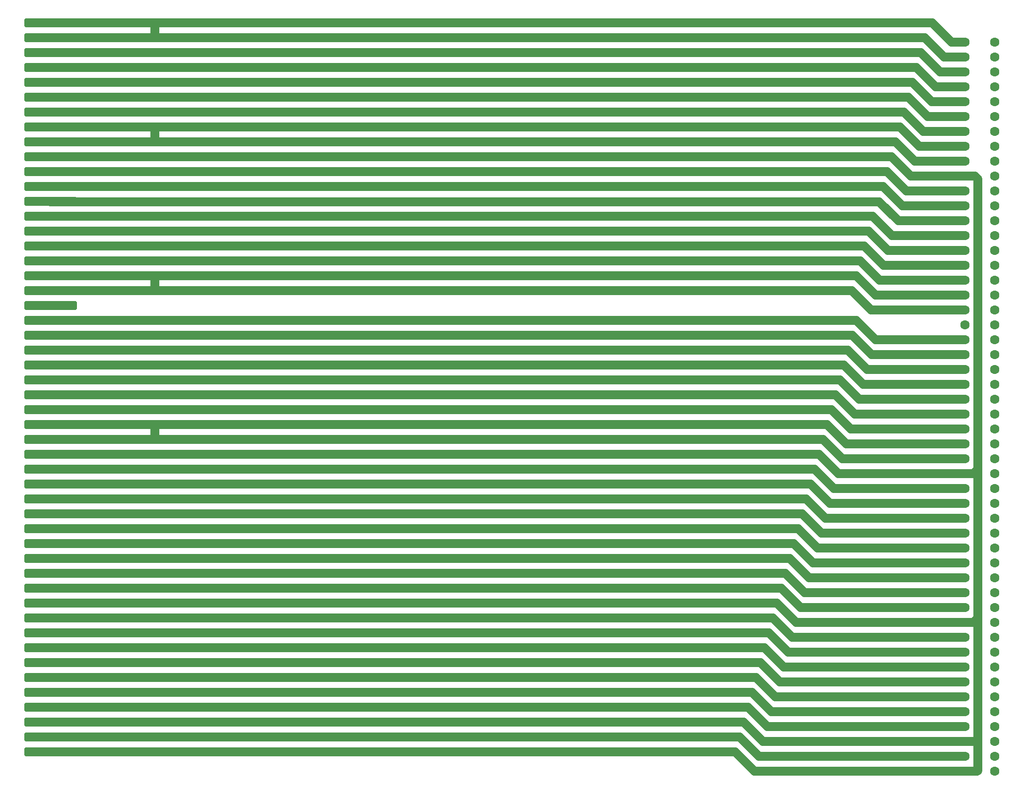
<source format=gtl>
G04 #@! TF.GenerationSoftware,KiCad,Pcbnew,(6.0.5-0)*
G04 #@! TF.CreationDate,2022-09-11T11:11:37+09:00*
G04 #@! TF.ProjectId,X68k-BusExtender,5836386b-2d42-4757-9345-7874656e6465,rev?*
G04 #@! TF.SameCoordinates,Original*
G04 #@! TF.FileFunction,Copper,L1,Top*
G04 #@! TF.FilePolarity,Positive*
%FSLAX46Y46*%
G04 Gerber Fmt 4.6, Leading zero omitted, Abs format (unit mm)*
G04 Created by KiCad (PCBNEW (6.0.5-0)) date 2022-09-11 11:11:37*
%MOMM*%
%LPD*%
G01*
G04 APERTURE LIST*
G04 Aperture macros list*
%AMRoundRect*
0 Rectangle with rounded corners*
0 $1 Rounding radius*
0 $2 $3 $4 $5 $6 $7 $8 $9 X,Y pos of 4 corners*
0 Add a 4 corners polygon primitive as box body*
4,1,4,$2,$3,$4,$5,$6,$7,$8,$9,$2,$3,0*
0 Add four circle primitives for the rounded corners*
1,1,$1+$1,$2,$3*
1,1,$1+$1,$4,$5*
1,1,$1+$1,$6,$7*
1,1,$1+$1,$8,$9*
0 Add four rect primitives between the rounded corners*
20,1,$1+$1,$2,$3,$4,$5,0*
20,1,$1+$1,$4,$5,$6,$7,0*
20,1,$1+$1,$6,$7,$8,$9,0*
20,1,$1+$1,$8,$9,$2,$3,0*%
G04 Aperture macros list end*
G04 #@! TA.AperFunction,ConnectorPad*
%ADD10RoundRect,0.300000X-4.200000X-0.450000X4.200000X-0.450000X4.200000X0.450000X-4.200000X0.450000X0*%
G04 #@! TD*
G04 #@! TA.AperFunction,ComponentPad*
%ADD11C,1.600000*%
G04 #@! TD*
G04 #@! TA.AperFunction,ViaPad*
%ADD12C,0.800000*%
G04 #@! TD*
G04 #@! TA.AperFunction,Conductor*
%ADD13C,1.500000*%
G04 #@! TD*
G04 APERTURE END LIST*
D10*
G04 #@! TO.P,U1,A1,GND*
G04 #@! TO.N,Net-(U1-PadA1)*
X33020000Y-156210000D03*
G04 #@! TO.P,U1,A2,CLK20M*
G04 #@! TO.N,Net-(U1-PadA2)*
X33020000Y-153670000D03*
G04 #@! TO.P,U1,A3,GND*
G04 #@! TO.N,Net-(U1-PadA1)*
X33020000Y-151130000D03*
G04 #@! TO.P,U1,A4,DB0*
G04 #@! TO.N,Net-(U1-PadA4)*
X33020000Y-148590000D03*
G04 #@! TO.P,U1,A5,DB1*
G04 #@! TO.N,Net-(U1-PadA5)*
X33020000Y-146050000D03*
G04 #@! TO.P,U1,A6,DB2*
G04 #@! TO.N,Net-(U1-PadA6)*
X33020000Y-143510000D03*
G04 #@! TO.P,U1,A7,DB3*
G04 #@! TO.N,Net-(U1-PadA7)*
X33020000Y-140970000D03*
G04 #@! TO.P,U1,A8,DB4*
G04 #@! TO.N,Net-(U1-PadA8)*
X33020000Y-138430000D03*
G04 #@! TO.P,U1,A9,DB5*
G04 #@! TO.N,Net-(U1-PadA9)*
X33020000Y-135890000D03*
G04 #@! TO.P,U1,A10,DB6*
G04 #@! TO.N,Net-(U1-PadA10)*
X33020000Y-133350000D03*
G04 #@! TO.P,U1,A11,GND*
G04 #@! TO.N,Net-(U1-PadA1)*
X33020000Y-130810000D03*
G04 #@! TO.P,U1,A12,DB7*
G04 #@! TO.N,Net-(U1-PadA12)*
X33020000Y-128270000D03*
G04 #@! TO.P,U1,A13,DB8*
G04 #@! TO.N,Net-(U1-PadA13)*
X33020000Y-125730000D03*
G04 #@! TO.P,U1,A14,DB9*
G04 #@! TO.N,Net-(U1-PadA14)*
X33020000Y-123190000D03*
G04 #@! TO.P,U1,A15,DB10*
G04 #@! TO.N,Net-(U1-PadA15)*
X33020000Y-120650000D03*
G04 #@! TO.P,U1,A16,DB11*
G04 #@! TO.N,Net-(U1-PadA16)*
X33020000Y-118110000D03*
G04 #@! TO.P,U1,A17,DB12*
G04 #@! TO.N,Net-(U1-PadA17)*
X33020000Y-115570000D03*
G04 #@! TO.P,U1,A18,DB13*
G04 #@! TO.N,Net-(U1-PadA18)*
X33020000Y-113030000D03*
G04 #@! TO.P,U1,A19,DB14*
G04 #@! TO.N,Net-(U1-PadA19)*
X33020000Y-110490000D03*
G04 #@! TO.P,U1,A20,DB15*
G04 #@! TO.N,Net-(U1-PadA20)*
X33020000Y-107950000D03*
G04 #@! TO.P,U1,A21,GND*
G04 #@! TO.N,Net-(U1-PadA1)*
X33020000Y-105410000D03*
G04 #@! TO.P,U1,A22,+12V*
G04 #@! TO.N,Net-(U1-PadA22)*
X33020000Y-102870000D03*
G04 #@! TO.P,U1,A23,+12V*
X33020000Y-100330000D03*
G04 #@! TO.P,U1,A24,FC0*
G04 #@! TO.N,Net-(U1-PadA24)*
X33020000Y-97790000D03*
G04 #@! TO.P,U1,A25,FC1*
G04 #@! TO.N,Net-(U1-PadA25)*
X33020000Y-95250000D03*
G04 #@! TO.P,U1,A26,FC2*
G04 #@! TO.N,Net-(U1-PadA26)*
X33020000Y-92710000D03*
G04 #@! TO.P,U1,A27,~{AS}*
G04 #@! TO.N,Net-(U1-PadA27)*
X33020000Y-90170000D03*
G04 #@! TO.P,U1,A28,~{LDS}*
G04 #@! TO.N,Net-(U1-PadA28)*
X33020000Y-87630000D03*
G04 #@! TO.P,U1,A29,~{UDS}*
G04 #@! TO.N,Net-(U1-PadA29)*
X33020000Y-85090000D03*
G04 #@! TO.P,U1,A30,R/~{W}*
G04 #@! TO.N,Net-(U1-PadA30)*
X33020000Y-82550000D03*
G04 #@! TO.P,U1,A31,RESVA*
G04 #@! TO.N,unconnected-(U1-PadA31)*
X33020000Y-80010000D03*
G04 #@! TO.P,U1,A32,-12V*
G04 #@! TO.N,Net-(U1-PadA32)*
X33020000Y-77470000D03*
G04 #@! TO.P,U1,A33,-12V*
X33020000Y-74930000D03*
G04 #@! TO.P,U1,A34,~{VMA}*
G04 #@! TO.N,Net-(U1-PadA34)*
X33020000Y-72390000D03*
G04 #@! TO.P,U1,A35,~{EXVPA}*
G04 #@! TO.N,Net-(U1-PadA35)*
X33020000Y-69850000D03*
G04 #@! TO.P,U1,A36,~{DTACK}*
G04 #@! TO.N,Net-(U1-PadA36)*
X33020000Y-67310000D03*
G04 #@! TO.P,U1,A37,~{EXRESET}*
G04 #@! TO.N,Net-(U1-PadA37)*
X33020000Y-64770000D03*
G04 #@! TO.P,U1,A38,~{HALT}*
G04 #@! TO.N,Net-(U1-PadA38)*
X33020000Y-62230000D03*
G04 #@! TO.P,U1,A39,~{EXBERR}*
G04 #@! TO.N,Net-(U1-PadA39)*
X33020000Y-59690000D03*
G04 #@! TO.P,U1,A40,~{EXPWON}*
G04 #@! TO.N,Net-(U1-PadA40)*
X33020000Y-57150000D03*
G04 #@! TO.P,U1,A41,GND*
G04 #@! TO.N,Net-(U1-PadA1)*
X33020000Y-54610000D03*
G04 #@! TO.P,U1,A42,VCC2*
G04 #@! TO.N,Net-(U1-PadA42)*
X33020000Y-52070000D03*
G04 #@! TO.P,U1,A43,VCC2*
X33020000Y-49530000D03*
G04 #@! TO.P,U1,A44,SELEN*
G04 #@! TO.N,Net-(U1-PadA44)*
X33020000Y-46990000D03*
G04 #@! TO.P,U1,A45,CASRDEN*
G04 #@! TO.N,Net-(U1-PadA45)*
X33020000Y-44450000D03*
G04 #@! TO.P,U1,A46,CASWRL*
G04 #@! TO.N,Net-(U1-PadA46)*
X33020000Y-41910000D03*
G04 #@! TO.P,U1,A47,CASWRU*
G04 #@! TO.N,Net-(U1-PadA47)*
X33020000Y-39370000D03*
G04 #@! TO.P,U1,A48,INH2*
G04 #@! TO.N,Net-(U1-PadA48)*
X33020000Y-36830000D03*
G04 #@! TO.P,U1,A49,VCC1*
G04 #@! TO.N,Net-(U1-PadA49)*
X33020000Y-34290000D03*
G04 #@! TO.P,U1,A50,VCC1*
X33020000Y-31750000D03*
G04 #@! TD*
D11*
G04 #@! TO.P,U2,A1,GND*
G04 #@! TO.N,Net-(U1-PadA1)*
X188976000Y-159512000D03*
G04 #@! TO.P,U2,A2,CLK20M*
G04 #@! TO.N,Net-(U1-PadA2)*
X188976000Y-156972000D03*
G04 #@! TO.P,U2,A3,GND*
G04 #@! TO.N,Net-(U1-PadA1)*
X188976000Y-154432000D03*
G04 #@! TO.P,U2,A4,DB0*
G04 #@! TO.N,Net-(U1-PadA4)*
X188976000Y-151892000D03*
G04 #@! TO.P,U2,A5,DB1*
G04 #@! TO.N,Net-(U1-PadA5)*
X188976000Y-149352000D03*
G04 #@! TO.P,U2,A6,DB2*
G04 #@! TO.N,Net-(U1-PadA6)*
X188976000Y-146812000D03*
G04 #@! TO.P,U2,A7,DB3*
G04 #@! TO.N,Net-(U1-PadA7)*
X188976000Y-144272000D03*
G04 #@! TO.P,U2,A8,DB4*
G04 #@! TO.N,Net-(U1-PadA8)*
X188976000Y-141732000D03*
G04 #@! TO.P,U2,A9,DB5*
G04 #@! TO.N,Net-(U1-PadA9)*
X188976000Y-139192000D03*
G04 #@! TO.P,U2,A10,DB6*
G04 #@! TO.N,Net-(U1-PadA10)*
X188976000Y-136652000D03*
G04 #@! TO.P,U2,A11,GND*
G04 #@! TO.N,Net-(U1-PadA1)*
X188976000Y-134112000D03*
G04 #@! TO.P,U2,A12,DB7*
G04 #@! TO.N,Net-(U1-PadA12)*
X188976000Y-131572000D03*
G04 #@! TO.P,U2,A13,DB8*
G04 #@! TO.N,Net-(U1-PadA13)*
X188976000Y-129032000D03*
G04 #@! TO.P,U2,A14,DB9*
G04 #@! TO.N,Net-(U1-PadA14)*
X188976000Y-126492000D03*
G04 #@! TO.P,U2,A15,DB10*
G04 #@! TO.N,Net-(U1-PadA15)*
X188976000Y-123952000D03*
G04 #@! TO.P,U2,A16,DB11*
G04 #@! TO.N,Net-(U1-PadA16)*
X188976000Y-121412000D03*
G04 #@! TO.P,U2,A17,DB12*
G04 #@! TO.N,Net-(U1-PadA17)*
X188976000Y-118872000D03*
G04 #@! TO.P,U2,A18,DB13*
G04 #@! TO.N,Net-(U1-PadA18)*
X188976000Y-116332000D03*
G04 #@! TO.P,U2,A19,DB14*
G04 #@! TO.N,Net-(U1-PadA19)*
X188976000Y-113792000D03*
G04 #@! TO.P,U2,A20,DB15*
G04 #@! TO.N,Net-(U1-PadA20)*
X188976000Y-111252000D03*
G04 #@! TO.P,U2,A21,GND*
G04 #@! TO.N,Net-(U1-PadA1)*
X188976000Y-108712000D03*
G04 #@! TO.P,U2,A22,+12V*
G04 #@! TO.N,Net-(U1-PadA22)*
X188976000Y-106172000D03*
G04 #@! TO.P,U2,A23,+12V*
X188976000Y-103632000D03*
G04 #@! TO.P,U2,A24,FC0*
G04 #@! TO.N,Net-(U1-PadA24)*
X188976000Y-101092000D03*
G04 #@! TO.P,U2,A25,FC1*
G04 #@! TO.N,Net-(U1-PadA25)*
X188976000Y-98552000D03*
G04 #@! TO.P,U2,A26,FC2*
G04 #@! TO.N,Net-(U1-PadA26)*
X188976000Y-96012000D03*
G04 #@! TO.P,U2,A27,~{AS}*
G04 #@! TO.N,Net-(U1-PadA27)*
X188976000Y-93472000D03*
G04 #@! TO.P,U2,A28,~{LDS}*
G04 #@! TO.N,Net-(U1-PadA28)*
X188976000Y-90932000D03*
G04 #@! TO.P,U2,A29,~{UDS}*
G04 #@! TO.N,Net-(U1-PadA29)*
X188976000Y-88392000D03*
G04 #@! TO.P,U2,A30,R/~{W}*
G04 #@! TO.N,Net-(U1-PadA30)*
X188976000Y-85852000D03*
G04 #@! TO.P,U2,A31,RESVA*
G04 #@! TO.N,unconnected-(U2-PadA31)*
X188976000Y-83312000D03*
G04 #@! TO.P,U2,A32,-12V*
G04 #@! TO.N,Net-(U1-PadA32)*
X188976000Y-80772000D03*
G04 #@! TO.P,U2,A33,-12V*
X188976000Y-78232000D03*
G04 #@! TO.P,U2,A34,~{VMA}*
G04 #@! TO.N,Net-(U1-PadA34)*
X188976000Y-75692000D03*
G04 #@! TO.P,U2,A35,~{EXVPA}*
G04 #@! TO.N,Net-(U1-PadA35)*
X188976000Y-73152000D03*
G04 #@! TO.P,U2,A36,~{DTACK}*
G04 #@! TO.N,Net-(U1-PadA36)*
X188976000Y-70612000D03*
G04 #@! TO.P,U2,A37,~{EXRESET}*
G04 #@! TO.N,Net-(U1-PadA37)*
X188976000Y-68072000D03*
G04 #@! TO.P,U2,A38,~{HALT}*
G04 #@! TO.N,Net-(U1-PadA38)*
X188976000Y-65532000D03*
G04 #@! TO.P,U2,A39,~{EXBERR}*
G04 #@! TO.N,Net-(U1-PadA39)*
X188976000Y-62992000D03*
G04 #@! TO.P,U2,A40,~{EXPWON}*
G04 #@! TO.N,Net-(U1-PadA40)*
X188976000Y-60452000D03*
G04 #@! TO.P,U2,A41,GND*
G04 #@! TO.N,Net-(U1-PadA1)*
X188976000Y-57912000D03*
G04 #@! TO.P,U2,A42,VCC2*
G04 #@! TO.N,Net-(U1-PadA42)*
X188976000Y-55372000D03*
G04 #@! TO.P,U2,A43,VCC2*
X188976000Y-52832000D03*
G04 #@! TO.P,U2,A44,SELEN*
G04 #@! TO.N,Net-(U1-PadA44)*
X188976000Y-50292000D03*
G04 #@! TO.P,U2,A45,CASRDEN*
G04 #@! TO.N,Net-(U1-PadA45)*
X188976000Y-47752000D03*
G04 #@! TO.P,U2,A46,CASWRL*
G04 #@! TO.N,Net-(U1-PadA46)*
X188976000Y-45212000D03*
G04 #@! TO.P,U2,A47,CASWRU*
G04 #@! TO.N,Net-(U1-PadA47)*
X188976000Y-42672000D03*
G04 #@! TO.P,U2,A48,INH2*
G04 #@! TO.N,Net-(U1-PadA48)*
X188976000Y-40132000D03*
G04 #@! TO.P,U2,A49,VCC1*
G04 #@! TO.N,Net-(U1-PadA49)*
X188976000Y-37592000D03*
G04 #@! TO.P,U2,A50,VCC1*
X188976000Y-35052000D03*
G04 #@! TO.P,U2,B1,GND*
G04 #@! TO.N,Net-(U1-PadA1)*
X194056000Y-159512000D03*
G04 #@! TO.P,U2,B2,CLK10M*
G04 #@! TO.N,Net-(U1-PadB2)*
X194056000Y-156972000D03*
G04 #@! TO.P,U2,B3,~{CLK10M}*
G04 #@! TO.N,Net-(U1-PadB3)*
X194056000Y-154432000D03*
G04 #@! TO.P,U2,B4,E*
G04 #@! TO.N,Net-(U1-PadB4)*
X194056000Y-151892000D03*
G04 #@! TO.P,U2,B5,AB1*
G04 #@! TO.N,Net-(U1-PadB5)*
X194056000Y-149352000D03*
G04 #@! TO.P,U2,B6,AB2*
G04 #@! TO.N,Net-(U1-PadB6)*
X194056000Y-146812000D03*
G04 #@! TO.P,U2,B7,AB3*
G04 #@! TO.N,Net-(U1-PadB7)*
X194056000Y-144272000D03*
G04 #@! TO.P,U2,B8,AB4*
G04 #@! TO.N,Net-(U1-PadB8)*
X194056000Y-141732000D03*
G04 #@! TO.P,U2,B9,AB5*
G04 #@! TO.N,Net-(U1-PadB9)*
X194056000Y-139192000D03*
G04 #@! TO.P,U2,B10,AB6*
G04 #@! TO.N,Net-(U1-PadB10)*
X194056000Y-136652000D03*
G04 #@! TO.P,U2,B11,GND*
G04 #@! TO.N,Net-(U1-PadA1)*
X194056000Y-134112000D03*
G04 #@! TO.P,U2,B12,AB7*
G04 #@! TO.N,Net-(U1-PadB12)*
X194056000Y-131572000D03*
G04 #@! TO.P,U2,B13,AB8*
G04 #@! TO.N,Net-(U1-PadB13)*
X194056000Y-129032000D03*
G04 #@! TO.P,U2,B14,AB9*
G04 #@! TO.N,Net-(U1-PadB14)*
X194056000Y-126492000D03*
G04 #@! TO.P,U2,B15,AB10*
G04 #@! TO.N,Net-(U1-PadB15)*
X194056000Y-123952000D03*
G04 #@! TO.P,U2,B16,AB11*
G04 #@! TO.N,Net-(U1-PadB16)*
X194056000Y-121412000D03*
G04 #@! TO.P,U2,B17,AB12*
G04 #@! TO.N,Net-(U1-PadB17)*
X194056000Y-118872000D03*
G04 #@! TO.P,U2,B18,AB13*
G04 #@! TO.N,Net-(U1-PadB18)*
X194056000Y-116332000D03*
G04 #@! TO.P,U2,B19,AB14*
G04 #@! TO.N,Net-(U1-PadB19)*
X194056000Y-113792000D03*
G04 #@! TO.P,U2,B20,AB15*
G04 #@! TO.N,Net-(U1-PadB20)*
X194056000Y-111252000D03*
G04 #@! TO.P,U2,B21,GND*
G04 #@! TO.N,Net-(U1-PadA1)*
X194056000Y-108712000D03*
G04 #@! TO.P,U2,B22,AB16*
G04 #@! TO.N,Net-(U1-PadB22)*
X194056000Y-106172000D03*
G04 #@! TO.P,U2,B23,AB17*
G04 #@! TO.N,Net-(U1-PadB23)*
X194056000Y-103632000D03*
G04 #@! TO.P,U2,B24,AB18*
G04 #@! TO.N,Net-(U1-PadB24)*
X194056000Y-101092000D03*
G04 #@! TO.P,U2,B25,AB19*
G04 #@! TO.N,Net-(U1-PadB25)*
X194056000Y-98552000D03*
G04 #@! TO.P,U2,B26,AB20*
G04 #@! TO.N,Net-(U1-PadB26)*
X194056000Y-96012000D03*
G04 #@! TO.P,U2,B27,AB21*
G04 #@! TO.N,Net-(U1-PadB27)*
X194056000Y-93472000D03*
G04 #@! TO.P,U2,B28,AB22*
G04 #@! TO.N,Net-(U1-PadB28)*
X194056000Y-90932000D03*
G04 #@! TO.P,U2,B29,AB23*
G04 #@! TO.N,Net-(U1-PadB29)*
X194056000Y-88392000D03*
G04 #@! TO.P,U2,B30,IDDIR*
G04 #@! TO.N,Net-(U1-PadB30)*
X194056000Y-85852000D03*
G04 #@! TO.P,U2,B31,RESVB*
G04 #@! TO.N,unconnected-(U2-PadB31)*
X194056000Y-83312000D03*
G04 #@! TO.P,U2,B32,HSYNC*
G04 #@! TO.N,Net-(U1-PadB32)*
X194056000Y-80772000D03*
G04 #@! TO.P,U2,B33,VSYNC*
G04 #@! TO.N,Net-(U1-PadB33)*
X194056000Y-78232000D03*
G04 #@! TO.P,U2,B34,~{DONE}*
G04 #@! TO.N,Net-(U1-PadB34)*
X194056000Y-75692000D03*
G04 #@! TO.P,U2,B35,~{DTC}*
G04 #@! TO.N,Net-(U1-PadB35)*
X194056000Y-73152000D03*
G04 #@! TO.P,U2,B36,~{EXREQ}*
G04 #@! TO.N,Net-(U1-PadB36)*
X194056000Y-70612000D03*
G04 #@! TO.P,U2,B37,~{EXACK}*
G04 #@! TO.N,Net-(U1-PadB37)*
X194056000Y-68072000D03*
G04 #@! TO.P,U2,B38,~{EXPCL}*
G04 #@! TO.N,Net-(U1-PadB38)*
X194056000Y-65532000D03*
G04 #@! TO.P,U2,B39,~{EXOWN}*
G04 #@! TO.N,Net-(U1-PadB39)*
X194056000Y-62992000D03*
G04 #@! TO.P,U2,B40,~{EXNMI}*
G04 #@! TO.N,Net-(U1-PadB40)*
X194056000Y-60452000D03*
G04 #@! TO.P,U2,B41,GND*
G04 #@! TO.N,Net-(U1-PadA1)*
X194056000Y-57912000D03*
G04 #@! TO.P,U2,B42,~{IRQ2}*
G04 #@! TO.N,Net-(U1-PadB42)*
X194056000Y-55372000D03*
G04 #@! TO.P,U2,B43,~{IRQ4}*
G04 #@! TO.N,Net-(U1-PadB43)*
X194056000Y-52832000D03*
G04 #@! TO.P,U2,B44,~{IACK2}*
G04 #@! TO.N,Net-(U1-PadB44)*
X194056000Y-50292000D03*
G04 #@! TO.P,U2,B45,~{IACK4}*
G04 #@! TO.N,Net-(U1-PadB45)*
X194056000Y-47752000D03*
G04 #@! TO.P,U2,B46,~{BR}*
G04 #@! TO.N,Net-(U1-PadB46)*
X194056000Y-45212000D03*
G04 #@! TO.P,U2,B47,~{BG}*
G04 #@! TO.N,Net-(U1-PadB47)*
X194056000Y-42672000D03*
G04 #@! TO.P,U2,B48,~{BGACK}*
G04 #@! TO.N,Net-(U1-PadB48)*
X194056000Y-40132000D03*
G04 #@! TO.P,U2,B49,VCC1*
G04 #@! TO.N,Net-(U1-PadA49)*
X194056000Y-37592000D03*
G04 #@! TO.P,U2,B50,VCC1*
X194056000Y-35052000D03*
G04 #@! TD*
D12*
G04 #@! TO.N,Net-(U1-PadA1)*
X50800000Y-130810000D03*
X50800000Y-105410000D03*
X50800000Y-156210000D03*
X50800000Y-54610000D03*
G04 #@! TO.N,Net-(U1-PadA49)*
X50800000Y-31750000D03*
X50800000Y-34290000D03*
G04 #@! TD*
D13*
G04 #@! TO.N,Net-(U1-PadA1)*
X191135000Y-58420000D02*
X191135000Y-107950000D01*
X33020000Y-105410000D02*
X164025892Y-105410000D01*
X153455838Y-153376162D02*
X154511676Y-154432000D01*
X190627000Y-57912000D02*
X191135000Y-58420000D01*
X164025892Y-105410000D02*
X167327892Y-108712000D01*
X188976000Y-57912000D02*
X190627000Y-57912000D01*
X190373000Y-108712000D02*
X188976000Y-108712000D01*
X191008000Y-154432000D02*
X188976000Y-154432000D01*
X33020000Y-130810000D02*
X156905772Y-130810000D01*
X190373000Y-134112000D02*
X191135000Y-133350000D01*
X33020000Y-151130000D02*
X151209676Y-151130000D01*
X191135000Y-107950000D02*
X191135000Y-133350000D01*
X188976000Y-134112000D02*
X190373000Y-134112000D01*
X156905772Y-130810000D02*
X160207772Y-134112000D01*
X33020000Y-156210000D02*
X149785652Y-156210000D01*
X154511676Y-154432000D02*
X188976000Y-154432000D01*
X176413065Y-54610000D02*
X179715065Y-57912000D01*
X160207772Y-134112000D02*
X188976000Y-134112000D01*
X191135000Y-107950000D02*
X190373000Y-108712000D01*
X151209676Y-151130000D02*
X153455838Y-153376162D01*
X179715065Y-57912000D02*
X188976000Y-57912000D01*
X191135000Y-133350000D02*
X191135000Y-154305000D01*
X191008000Y-159512000D02*
X188976000Y-159512000D01*
X167327892Y-108712000D02*
X188976000Y-108712000D01*
X191135000Y-154305000D02*
X191008000Y-154432000D01*
X191135000Y-159385000D02*
X191135000Y-154305000D01*
X191135000Y-159385000D02*
X191008000Y-159512000D01*
X149785652Y-156210000D02*
X153087652Y-159512000D01*
X33020000Y-54610000D02*
X176413065Y-54610000D01*
X153087652Y-159512000D02*
X188976000Y-159512000D01*
G04 #@! TO.N,Net-(U1-PadA2)*
X33020000Y-153670000D02*
X150497664Y-153670000D01*
X150497664Y-153670000D02*
X153799664Y-156972000D01*
X153799664Y-156972000D02*
X188976000Y-156972000D01*
G04 #@! TO.N,Net-(U1-PadA4)*
X155223688Y-151892000D02*
X188976000Y-151892000D01*
X33020000Y-148590000D02*
X151921688Y-148590000D01*
X151921688Y-148590000D02*
X155223688Y-151892000D01*
G04 #@! TO.N,Net-(U1-PadA5)*
X152633700Y-146050000D02*
X155935700Y-149352000D01*
X155935700Y-149352000D02*
X188976000Y-149352000D01*
X33020000Y-146050000D02*
X152633700Y-146050000D01*
G04 #@! TO.N,Net-(U1-PadA6)*
X156647712Y-146812000D02*
X188976000Y-146812000D01*
X33020000Y-143510000D02*
X153345712Y-143510000D01*
X153345712Y-143510000D02*
X156647712Y-146812000D01*
G04 #@! TO.N,Net-(U1-PadA7)*
X33020000Y-140970000D02*
X154057724Y-140970000D01*
X157359724Y-144272000D02*
X188976000Y-144272000D01*
X154057724Y-140970000D02*
X157359724Y-144272000D01*
G04 #@! TO.N,Net-(U1-PadA8)*
X33020000Y-138430000D02*
X154769736Y-138430000D01*
X158071736Y-141732000D02*
X188976000Y-141732000D01*
X154769736Y-138430000D02*
X158071736Y-141732000D01*
G04 #@! TO.N,Net-(U1-PadA9)*
X158783748Y-139192000D02*
X188976000Y-139192000D01*
X33020000Y-135890000D02*
X155481748Y-135890000D01*
X155481748Y-135890000D02*
X158783748Y-139192000D01*
G04 #@! TO.N,Net-(U1-PadA10)*
X156193760Y-133350000D02*
X159495760Y-136652000D01*
X159495760Y-136652000D02*
X188976000Y-136652000D01*
X33020000Y-133350000D02*
X156193760Y-133350000D01*
G04 #@! TO.N,Net-(U1-PadA12)*
X157617784Y-128270000D02*
X160919784Y-131572000D01*
X160919784Y-131572000D02*
X188976000Y-131572000D01*
X33020000Y-128270000D02*
X157617784Y-128270000D01*
G04 #@! TO.N,Net-(U1-PadA13)*
X33020000Y-125730000D02*
X158329796Y-125730000D01*
X161631796Y-129032000D02*
X188976000Y-129032000D01*
X158329796Y-125730000D02*
X161631796Y-129032000D01*
G04 #@! TO.N,Net-(U1-PadA14)*
X162343808Y-126492000D02*
X188976000Y-126492000D01*
X33020000Y-123190000D02*
X159041808Y-123190000D01*
X159041808Y-123190000D02*
X162343808Y-126492000D01*
G04 #@! TO.N,Net-(U1-PadA15)*
X33020000Y-120650000D02*
X159753820Y-120650000D01*
X159753820Y-120650000D02*
X163055820Y-123952000D01*
X163055820Y-123952000D02*
X188976000Y-123952000D01*
G04 #@! TO.N,Net-(U1-PadA16)*
X33020000Y-118110000D02*
X160465832Y-118110000D01*
X160465832Y-118110000D02*
X163767832Y-121412000D01*
X163767832Y-121412000D02*
X188976000Y-121412000D01*
G04 #@! TO.N,Net-(U1-PadA17)*
X164479844Y-118872000D02*
X188976000Y-118872000D01*
X33020000Y-115570000D02*
X161177844Y-115570000D01*
X161177844Y-115570000D02*
X164479844Y-118872000D01*
G04 #@! TO.N,Net-(U1-PadA18)*
X161889856Y-113030000D02*
X165191856Y-116332000D01*
X165191856Y-116332000D02*
X188976000Y-116332000D01*
X33020000Y-113030000D02*
X161889856Y-113030000D01*
G04 #@! TO.N,Net-(U1-PadA19)*
X33020000Y-110490000D02*
X162601868Y-110490000D01*
X165903868Y-113792000D02*
X188976000Y-113792000D01*
X162601868Y-110490000D02*
X165903868Y-113792000D01*
G04 #@! TO.N,Net-(U1-PadA20)*
X33020000Y-107950000D02*
X163313880Y-107950000D01*
X163313880Y-107950000D02*
X166615880Y-111252000D01*
X166615880Y-111252000D02*
X188976000Y-111252000D01*
G04 #@! TO.N,Net-(U1-PadA22)*
X33020000Y-100330000D02*
X45720000Y-100330000D01*
X45720000Y-102870000D02*
X164737904Y-102870000D01*
X165449916Y-100330000D02*
X168751916Y-103632000D01*
X164737904Y-102870000D02*
X168039904Y-106172000D01*
X50800000Y-102870000D02*
X50800000Y-100330000D01*
X168039904Y-106172000D02*
X188976000Y-106172000D01*
X44958000Y-100330000D02*
X165449916Y-100330000D01*
X168751916Y-103632000D02*
X188976000Y-103632000D01*
X33020000Y-102870000D02*
X45212000Y-102870000D01*
G04 #@! TO.N,Net-(U1-PadA24)*
X166161928Y-97790000D02*
X169463928Y-101092000D01*
X33020000Y-97790000D02*
X166161928Y-97790000D01*
X169463928Y-101092000D02*
X188976000Y-101092000D01*
G04 #@! TO.N,Net-(U1-PadA25)*
X166873940Y-95250000D02*
X170175940Y-98552000D01*
X33020000Y-95250000D02*
X166873940Y-95250000D01*
X170175940Y-98552000D02*
X188976000Y-98552000D01*
G04 #@! TO.N,Net-(U1-PadA26)*
X33020000Y-92710000D02*
X167585952Y-92710000D01*
X167585952Y-92710000D02*
X170887952Y-96012000D01*
X170887952Y-96012000D02*
X188976000Y-96012000D01*
G04 #@! TO.N,Net-(U1-PadA27)*
X171599964Y-93472000D02*
X188976000Y-93472000D01*
X33020000Y-90170000D02*
X168297964Y-90170000D01*
X168297964Y-90170000D02*
X171599964Y-93472000D01*
G04 #@! TO.N,Net-(U1-PadA28)*
X169009976Y-87630000D02*
X172311976Y-90932000D01*
X33020000Y-87630000D02*
X169009976Y-87630000D01*
X172311976Y-90932000D02*
X188976000Y-90932000D01*
G04 #@! TO.N,Net-(U1-PadA29)*
X169721988Y-85090000D02*
X173023988Y-88392000D01*
X173023988Y-88392000D02*
X188976000Y-88392000D01*
X33020000Y-85090000D02*
X169721988Y-85090000D01*
G04 #@! TO.N,Net-(U1-PadA30)*
X173736000Y-85852000D02*
X188976000Y-85852000D01*
X170434000Y-82550000D02*
X173736000Y-85852000D01*
X33020000Y-82550000D02*
X170434000Y-82550000D01*
G04 #@! TO.N,Net-(U1-PadA32)*
X50800000Y-74930000D02*
X50800000Y-77470000D01*
X173681952Y-78232000D02*
X188976000Y-78232000D01*
X172969940Y-80772000D02*
X188976000Y-80772000D01*
X169667940Y-77470000D02*
X172969940Y-80772000D01*
X33020000Y-74930000D02*
X45720000Y-74930000D01*
X170379952Y-74930000D02*
X173681952Y-78232000D01*
X45720000Y-77470000D02*
X169667940Y-77470000D01*
X45720000Y-74930000D02*
X170379952Y-74930000D01*
X33020000Y-77470000D02*
X45720000Y-77470000D01*
G04 #@! TO.N,Net-(U1-PadA34)*
X171091964Y-72390000D02*
X174393964Y-75692000D01*
X174393964Y-75692000D02*
X188976000Y-75692000D01*
X33020000Y-72390000D02*
X171091964Y-72390000D01*
G04 #@! TO.N,Net-(U1-PadA35)*
X171803976Y-69850000D02*
X175105976Y-73152000D01*
X33020000Y-69850000D02*
X171803976Y-69850000D01*
X175105976Y-73152000D02*
X188976000Y-73152000D01*
G04 #@! TO.N,Net-(U1-PadA36)*
X172515988Y-67310000D02*
X175817988Y-70612000D01*
X33020000Y-67310000D02*
X172515988Y-67310000D01*
X175817988Y-70612000D02*
X188976000Y-70612000D01*
G04 #@! TO.N,Net-(U1-PadA37)*
X176530000Y-68072000D02*
X188976000Y-68072000D01*
X33020000Y-64770000D02*
X173228000Y-64770000D01*
X173228000Y-64770000D02*
X176530000Y-68072000D01*
G04 #@! TO.N,Net-(U1-PadA38)*
X33033520Y-62243520D02*
X174290549Y-62243520D01*
X174290549Y-62243520D02*
X177579029Y-65532000D01*
X177579029Y-65532000D02*
X188976000Y-65532000D01*
X33020000Y-62230000D02*
X33033520Y-62243520D01*
G04 #@! TO.N,Net-(U1-PadA39)*
X174989041Y-59690000D02*
X178291041Y-62992000D01*
X178291041Y-62992000D02*
X188976000Y-62992000D01*
X33020000Y-59690000D02*
X174989041Y-59690000D01*
G04 #@! TO.N,Net-(U1-PadA40)*
X175701053Y-57150000D02*
X179003053Y-60452000D01*
X33020000Y-57150000D02*
X175701053Y-57150000D01*
X179003053Y-60452000D02*
X188976000Y-60452000D01*
G04 #@! TO.N,Net-(U1-PadA42)*
X180427077Y-55372000D02*
X188976000Y-55372000D01*
X33020000Y-49530000D02*
X45720000Y-49530000D01*
X177837089Y-49530000D02*
X181139089Y-52832000D01*
X45720000Y-52070000D02*
X177125077Y-52070000D01*
X45720000Y-49530000D02*
X177837089Y-49530000D01*
X33020000Y-52070000D02*
X45720000Y-52070000D01*
X181139089Y-52832000D02*
X188976000Y-52832000D01*
X50800000Y-49530000D02*
X50800000Y-52070000D01*
X177125077Y-52070000D02*
X180427077Y-55372000D01*
G04 #@! TO.N,Net-(U1-PadA44)*
X178549101Y-46990000D02*
X181851101Y-50292000D01*
X33020000Y-46990000D02*
X178549101Y-46990000D01*
X181851101Y-50292000D02*
X188976000Y-50292000D01*
G04 #@! TO.N,Net-(U1-PadA45)*
X182563113Y-47752000D02*
X188976000Y-47752000D01*
X179261113Y-44450000D02*
X182563113Y-47752000D01*
X33020000Y-44450000D02*
X179261113Y-44450000D01*
G04 #@! TO.N,Net-(U1-PadA46)*
X183275125Y-45212000D02*
X188976000Y-45212000D01*
X33020000Y-41910000D02*
X179973125Y-41910000D01*
X179973125Y-41910000D02*
X183275125Y-45212000D01*
G04 #@! TO.N,Net-(U1-PadA47)*
X180685137Y-39370000D02*
X183987137Y-42672000D01*
X33020000Y-39370000D02*
X180685137Y-39370000D01*
X183987137Y-42672000D02*
X188976000Y-42672000D01*
G04 #@! TO.N,Net-(U1-PadA48)*
X184699149Y-40132000D02*
X188976000Y-40132000D01*
X33020000Y-36830000D02*
X181397149Y-36830000D01*
X181397149Y-36830000D02*
X184699149Y-40132000D01*
G04 #@! TO.N,Net-(U1-PadA49)*
X186690000Y-35052000D02*
X188976000Y-35052000D01*
X50800000Y-31750000D02*
X50800000Y-34290000D01*
X183388000Y-31750000D02*
X186690000Y-35052000D01*
X33020000Y-31750000D02*
X183388000Y-31750000D01*
X185411161Y-37592000D02*
X188976000Y-37592000D01*
X33020000Y-34290000D02*
X182109161Y-34290000D01*
X182109161Y-34290000D02*
X185411161Y-37592000D01*
G04 #@! TD*
M02*

</source>
